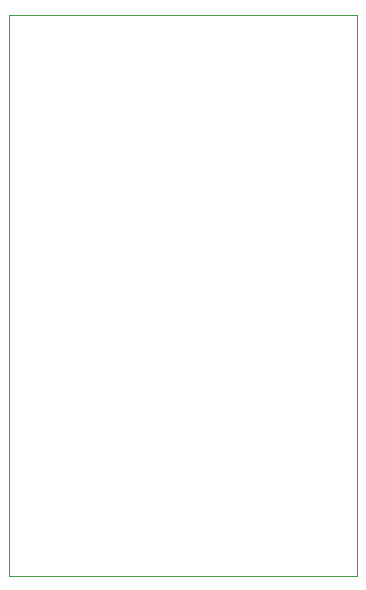
<source format=gm1>
G04 #@! TF.GenerationSoftware,KiCad,Pcbnew,6.0.0-unknown-70ca025~86~ubuntu16.04.1*
G04 #@! TF.CreationDate,2019-07-17T04:15:05+00:00*
G04 #@! TF.ProjectId,usb-type-c-breakout,7573622d-7479-4706-952d-632d62726561,rev?*
G04 #@! TF.SameCoordinates,Original*
G04 #@! TF.FileFunction,Profile,NP*
%FSLAX46Y46*%
G04 Gerber Fmt 4.6, Leading zero omitted, Abs format (unit mm)*
G04 Created by KiCad (PCBNEW 6.0.0-unknown-70ca025~86~ubuntu16.04.1) date 2019-07-17 04:15:05*
%MOMM*%
%LPD*%
G04 APERTURE LIST*
%ADD10C,0.050000*%
G04 APERTURE END LIST*
D10*
X85250000Y-123750000D02*
X85250000Y-76250000D01*
X114750000Y-123750000D02*
X85250000Y-123750000D01*
X114750000Y-76250000D02*
X114750000Y-123750000D01*
X85250000Y-76250000D02*
X114750000Y-76250000D01*
M02*

</source>
